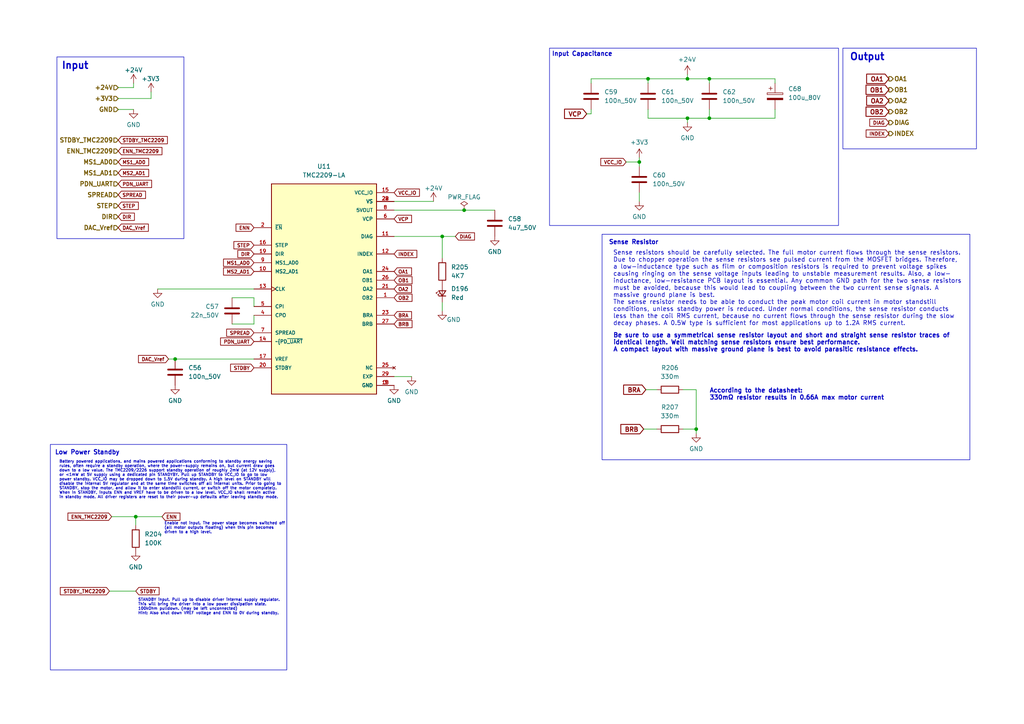
<source format=kicad_sch>
(kicad_sch (version 20231120) (generator "eeschema") (generator_version "8.0")
  (paper "A4")
  (lib_symbols
    (symbol "_C_0402:100n_50V" (pin_numbers hide) (pin_names (offset 0.254))
      (property "Reference" "C" (at 0.635 2.54 0))
      (property "Value" "100n_50V" (at 0.635 -2.54 0))
      (symbol "100n_50V_0_1"
        (polyline (pts (xy -2.032 -0.762) (xy 2.032 -0.762)) (stroke (width 0.508)))
        (polyline (pts (xy -2.032 0.762) (xy 2.032 0.762)) (stroke (width 0.508)))
      )
      (symbol "100n_50V_1_1"
        (pin passive line (at 0 3.81 270) (length 2.794) (name "~") (number "1"))
        (pin passive line (at 0 -3.81 90) (length 2.794) (name "~") (number "2"))
      )
    )
    (symbol "_C_0402:22n_50V" (pin_numbers hide) (pin_names (offset 0.254))
      (property "Reference" "C" (at 0.635 2.54 0))
      (property "Value" "22n_50V" (at 0.635 -2.54 0))
      (symbol "22n_50V_0_1"
        (polyline (pts (xy -2.032 -0.762) (xy 2.032 -0.762)) (stroke (width 0.508)))
        (polyline (pts (xy -2.032 0.762) (xy 2.032 0.762)) (stroke (width 0.508)))
      )
      (symbol "22n_50V_1_1"
        (pin passive line (at 0 3.81 270) (length 2.794) (name "~") (number "1"))
        (pin passive line (at 0 -3.81 90) (length 2.794) (name "~") (number "2"))
      )
    )
    (symbol "_C_1206:4u7_50V" (pin_numbers hide) (pin_names (offset 0.254))
      (property "Reference" "C" (at 0.635 2.54 0))
      (property "Value" "4u7_50V" (at 0.635 -2.54 0))
      (symbol "4u7_50V_0_1"
        (polyline (pts (xy -2.032 -0.762) (xy 2.032 -0.762)) (stroke (width 0.508)))
        (polyline (pts (xy -2.032 0.762) (xy 2.032 0.762)) (stroke (width 0.508)))
      )
      (symbol "4u7_50V_1_1"
        (pin passive line (at 0 3.81 270) (length 2.794) (name "~") (number "1"))
        (pin passive line (at 0 -3.81 90) (length 2.794) (name "~") (number "2"))
      )
    )
    (symbol "_C_Polarized:100u_80V" (pin_numbers hide) (pin_names (offset 0.254))
      (property "Reference" "C" (at 0.635 2.54 0))
      (property "Value" "100u_80V" (at 0.635 -2.54 0))
      (symbol "100u_80V_0_1"
        (rectangle (start -2.286 0.508) (end 2.286 1.016))
        (polyline (pts (xy -1.778 2.286) (xy -0.762 2.286)))
        (polyline (pts (xy -1.27 2.794) (xy -1.27 1.778)))
        (rectangle (start 2.286 -0.508) (end -2.286 -1.016) (fill (type outline)))
      )
      (symbol "100u_80V_1_1"
        (pin passive line (at 0 3.81 270) (length 2.794) (name "~") (number "1"))
        (pin passive line (at 0 -3.81 90) (length 2.794) (name "~") (number "2"))
      )
    )
    (symbol "_Driver_Motor:TMC2209-LA" (pin_names (offset 1.016))
      (property "Reference" "U" (at -15.24 30.48 0))
      (property "Value" "TMC2209-LA" (at -15.24 -33.02 0))
      (symbol "TMC2209-LA_0_0"
        (rectangle (start -15.24 -30.48) (end 15.24 30.48) (stroke (width 0.254)) (fill (type background)))
        (pin output line (at 20.32 -2.54 180) (length 5.08) (name "OB2") (number "1"))
        (pin input line (at -20.32 5.08 0) (length 5.08) (name "MS2_AD1") (number "10"))
        (pin output line (at 20.32 15.24 180) (length 5.08) (name "DIAG") (number "11"))
        (pin output line (at 20.32 10.16 180) (length 5.08) (name "INDEX") (number "12"))
        (pin input clock (at -20.32 0 0) (length 5.08) (name "CLK") (number "13"))
        (pin bidirectional line (at -20.32 -15.24 0) (length 5.08) (name "~{PD~{_UART}") (number "14"))
        (pin power_in line (at 20.32 27.94 180) (length 5.08) (name "VCC_IO") (number "15"))
        (pin input line (at -20.32 12.7 0) (length 5.08) (name "STEP") (number "16"))
        (pin input line (at -20.32 -20.32 0) (length 5.08) (name "VREF") (number "17"))
        (pin power_in line (at 20.32 -27.94 180) (length 5.08) (name "GND") (number "18"))
        (pin input line (at -20.32 10.16 0) (length 5.08) (name "DIR") (number "19"))
        (pin input line (at -20.32 17.78 0) (length 5.08) (name "~{EN}") (number "2"))
        (pin input line (at -20.32 -22.86 0) (length 5.08) (name "STDBY") (number "20"))
        (pin output line (at 20.32 0 180) (length 5.08) (name "OA2") (number "21"))
        (pin power_in line (at 20.32 25.4 180) (length 5.08) (name "VS") (number "22"))
        (pin bidirectional line (at 20.32 -7.62 180) (length 5.08) (name "BRA") (number "23"))
        (pin output line (at 20.32 5.08 180) (length 5.08) (name "OA1") (number "24"))
        (pin no_connect line (at 20.32 -22.86 180) (length 5.08) (name "NC") (number "25"))
        (pin output line (at 20.32 2.54 180) (length 5.08) (name "OB1") (number "26"))
        (pin bidirectional line (at 20.32 -10.16 180) (length 5.08) (name "BRB") (number "27"))
        (pin power_in line (at 20.32 25.4 180) (length 5.08) (name "VS") (number "28"))
        (pin power_in line (at 20.32 -25.4 180) (length 5.08) (name "EXP") (number "29"))
        (pin power_in line (at 20.32 -27.94 180) (length 5.08) (name "GND") (number "3"))
        (pin output line (at -20.32 -7.62 0) (length 5.08) (name "CPO") (number "4"))
        (pin input line (at -20.32 -5.08 0) (length 5.08) (name "CPI") (number "5"))
        (pin power_in line (at 20.32 20.32 180) (length 5.08) (name "VCP") (number "6"))
        (pin input line (at -20.32 -12.7 0) (length 5.08) (name "SPREAD") (number "7"))
        (pin power_in line (at 20.32 22.86 180) (length 5.08) (name "5VOUT") (number "8"))
        (pin input line (at -20.32 7.62 0) (length 5.08) (name "MS1_AD0") (number "9"))
      )
    )
    (symbol "_LED:Red" (pin_numbers hide) (pin_names (offset 0.254) hide)
      (property "Reference" "D" (at -1.27 3.175 0))
      (property "Value" "Red" (at -4.445 -2.54 0))
      (symbol "Red_0_1"
        (polyline (pts (xy -0.762 -1.016) (xy -0.762 1.016)) (stroke (width 0.254)))
        (polyline (pts (xy 1.016 0) (xy -0.762 0)))
        (polyline (pts (xy 0.762 -1.016) (xy -0.762 0) (xy 0.762 1.016) (xy 0.762 -1.016)) (stroke (width 0.254)))
        (polyline (pts (xy 0 0.762) (xy -0.508 1.27) (xy -0.254 1.27) (xy -0.508 1.27) (xy -0.508 1.016)))
        (polyline (pts (xy 0.508 1.27) (xy 0 1.778) (xy 0.254 1.778) (xy 0 1.778) (xy 0 1.524)))
      )
      (symbol "Red_1_1"
        (pin passive line (at -2.54 0 0) (length 1.778) (name "K") (number "1"))
        (pin passive line (at 2.54 0 180) (length 1.778) (name "A") (number "2"))
      )
    )
    (symbol "_R_0402:100K" (pin_numbers hide) (pin_names (offset 0))
      (property "Reference" "R" (at 2.032 0 90))
      (property "Value" "100K" (at 0 0 90))
      (symbol "100K_0_1"
        (rectangle (start -1.016 -2.54) (end 1.016 2.54) (stroke (width 0.254)))
      )
      (symbol "100K_1_1"
        (pin passive line (at 0 3.81 270) (length 1.27) (name "~") (number "1"))
        (pin passive line (at 0 -3.81 90) (length 1.27) (name "~") (number "2"))
      )
    )
    (symbol "_R_0603:4K7" (pin_numbers hide) (pin_names (offset 0))
      (property "Reference" "R" (at 2.032 0 90))
      (property "Value" "4K7" (at 0 0 90))
      (symbol "4K7_0_1"
        (rectangle (start -1.016 -2.54) (end 1.016 2.54) (stroke (width 0.254)))
      )
      (symbol "4K7_1_1"
        (pin passive line (at 0 3.81 270) (length 1.27) (name "~") (number "1"))
        (pin passive line (at 0 -3.81 90) (length 1.27) (name "~") (number "2"))
      )
    )
    (symbol "_R_1210:330m" (pin_numbers hide) (pin_names (offset 0))
      (property "Reference" "R" (at 2.032 0 90))
      (property "Value" "330m" (at 0 0 90))
      (symbol "330m_0_1"
        (rectangle (start -1.016 -2.54) (end 1.016 2.54) (stroke (width 0.254)))
      )
      (symbol "330m_1_1"
        (pin passive line (at 0 3.81 270) (length 1.27) (name "~") (number "1"))
        (pin passive line (at 0 -3.81 90) (length 1.27) (name "~") (number "2"))
      )
    )
    (symbol "power:+24V" (power) (pin_names (offset 0))
      (property "Value" "+24V" (at 0 3.556 0))
      (symbol "+24V_0_1"
        (polyline (pts (xy -0.762 1.27) (xy 0 2.54)))
        (polyline (pts (xy 0 0) (xy 0 2.54)))
        (polyline (pts (xy 0 2.54) (xy 0.762 1.27)))
      )
      (symbol "+24V_1_1"
        (pin power_in line (at 0 0 90) (length 0) hide (name "+24V") (number "1"))
      )
    )
    (symbol "power:+3V3" (power) (pin_names (offset 0))
      (property "Value" "+3V3" (at 0 3.556 0))
      (symbol "+3V3_0_1"
        (polyline (pts (xy -0.762 1.27) (xy 0 2.54)))
        (polyline (pts (xy 0 0) (xy 0 2.54)))
        (polyline (pts (xy 0 2.54) (xy 0.762 1.27)))
      )
      (symbol "+3V3_1_1"
        (pin power_in line (at 0 0 90) (length 0) hide (name "+3V3") (number "1"))
      )
    )
    (symbol "power:GND" (power) (pin_names (offset 0))
      (property "Value" "GND" (at 0 -3.81 0))
      (symbol "GND_0_1"
        (polyline (pts (xy 0 0) (xy 0 -1.27) (xy 1.27 -1.27) (xy 0 -2.54) (xy -1.27 -1.27) (xy 0 -1.27)))
      )
      (symbol "GND_1_1"
        (pin power_in line (at 0 0 270) (length 0) hide (name "GND") (number "1"))
      )
    )
    (symbol "power:PWR_FLAG" (power) (pin_numbers hide) (pin_names (offset 0) hide)
      (property "Value" "PWR_FLAG" (at 0 3.81 0))
      (symbol "PWR_FLAG_0_0"
        (pin power_out line (at 0 0 90) (length 0) (name "pwr") (number "1"))
      )
      (symbol "PWR_FLAG_0_1"
        (polyline (pts (xy 0 0) (xy 0 1.27) (xy -1.016 1.905) (xy 0 2.54) (xy 1.016 1.905) (xy 0 1.27)))
      )
    )
  )
  (junction (at 187.96 22.86))
  (junction (at 39.37 149.86))
  (junction (at 128.27 68.58))
  (junction (at 199.39 34.29))
  (junction (at 134.62 60.96))
  (junction (at 199.39 22.86))
  (junction (at 205.74 22.86))
  (junction (at 50.8 104.14))
  (junction (at 205.74 34.29))
  (junction (at 201.93 124.46))
  (junction (at 185.42 46.99))
  (wire (pts (xy 199.39 34.29) (xy 205.74 34.29)))
  (wire (pts (xy 186.69 124.46) (xy 190.5 124.46)))
  (wire (pts (xy 48.895 104.14) (xy 50.8 104.14)))
  (wire (pts (xy 132.08 68.58) (xy 128.27 68.58)))
  (wire (pts (xy 67.31 93.98) (xy 73.66 93.98)))
  (wire (pts (xy 187.96 31.75) (xy 187.96 34.29)))
  (wire (pts (xy 171.45 22.86) (xy 187.96 22.86)))
  (wire (pts (xy 45.72 83.82) (xy 73.66 83.82)))
  (wire (pts (xy 171.45 31.75) (xy 171.45 33.02)))
  (wire (pts (xy 205.74 22.86) (xy 224.79 22.86)))
  (wire (pts (xy 34.29 31.75) (xy 38.735 31.75)))
  (wire (pts (xy 171.45 22.86) (xy 171.45 24.13)))
  (wire (pts (xy 187.325 113.03) (xy 190.5 113.03)))
  (wire (pts (xy 187.96 22.86) (xy 199.39 22.86)))
  (wire (pts (xy 187.96 22.86) (xy 187.96 24.13)))
  (wire (pts (xy 224.79 31.75) (xy 224.79 34.29)))
  (wire (pts (xy 50.8 104.14) (xy 73.66 104.14)))
  (wire (pts (xy 67.31 86.36) (xy 73.66 86.36)))
  (wire (pts (xy 185.42 46.99) (xy 185.42 48.26)))
  (wire (pts (xy 201.93 113.03) (xy 198.12 113.03)))
  (wire (pts (xy 185.42 55.88) (xy 185.42 58.42)))
  (wire (pts (xy 31.75 171.45) (xy 39.37 171.45)))
  (wire (pts (xy 198.12 124.46) (xy 201.93 124.46)))
  (wire (pts (xy 128.27 68.58) (xy 128.27 74.93)))
  (wire (pts (xy 128.27 68.58) (xy 114.3 68.58)))
  (wire (pts (xy 199.39 21.59) (xy 199.39 22.86)))
  (wire (pts (xy 73.66 86.36) (xy 73.66 88.9)))
  (wire (pts (xy 199.39 34.29) (xy 199.39 35.56)))
  (wire (pts (xy 38.735 25.4) (xy 34.29 25.4)))
  (wire (pts (xy 187.96 34.29) (xy 199.39 34.29)))
  (wire (pts (xy 114.3 58.42) (xy 125.73 58.42)))
  (wire (pts (xy 39.37 149.86) (xy 46.99 149.86)))
  (wire (pts (xy 73.66 91.44) (xy 73.66 93.98)))
  (wire (pts (xy 181.61 46.99) (xy 185.42 46.99)))
  (wire (pts (xy 185.42 46.99) (xy 185.42 45.72)))
  (wire (pts (xy 34.29 28.575) (xy 43.815 28.575)))
  (wire (pts (xy 201.93 124.46) (xy 201.93 125.73)))
  (wire (pts (xy 224.79 34.29) (xy 205.74 34.29)))
  (wire (pts (xy 39.37 149.86) (xy 39.37 152.4)))
  (wire (pts (xy 114.3 60.96) (xy 134.62 60.96)))
  (wire (pts (xy 43.815 26.67) (xy 43.815 28.575)))
  (wire (pts (xy 201.93 113.03) (xy 201.93 124.46)))
  (wire (pts (xy 134.62 60.96) (xy 143.51 60.96)))
  (wire (pts (xy 224.79 22.86) (xy 224.79 24.13)))
  (wire (pts (xy 38.735 24.13) (xy 38.735 25.4)))
  (wire (pts (xy 32.385 149.86) (xy 39.37 149.86)))
  (wire (pts (xy 205.74 22.86) (xy 205.74 24.13)))
  (wire (pts (xy 114.3 109.22) (xy 119.38 109.22)))
  (wire (pts (xy 128.27 90.17) (xy 128.27 87.63)))
  (wire (pts (xy 199.39 22.86) (xy 205.74 22.86)))
  (wire (pts (xy 205.74 31.75) (xy 205.74 34.29)))
  (wire (pts (xy 171.45 33.02) (xy 170.18 33.02)))
  (rectangle (start 159.385 13.97) (end 243.205 65.405))
  (rectangle (start 244.475 13.97) (end 283.21 43.18))
  (rectangle (start 16.51 16.51) (end 53.34 69.215))
  (rectangle (start 14.605 128.905) (end 83.185 194.31))
  (rectangle (start 174.625 67.945) (end 281.305 133.35))
  (text "STANDBY input. Pull up to disable driver internal supply regulator.\nThis will bring the driver into a low power dissipation state.\n100kOhm pulldown. (may be left unconnected)\nHint: Also shut down VREF voltage and ENN to 0V during standby." (at 40.005 178.435 0) (effects (font (size 0.8 0.8)) (justify left bottom)))
  (text "Output" (at 246.38 17.78 0) (effects (font (size 2 2) (thickness 0.4) (bold yes)) (justify left bottom)))
  (text "Sense resistors should be carefully selected. The full motor current flows through the sense resistors.\nDue to chopper operation the sense resistors see pulsed current from the MOSFET bridges. Therefore,\na low-inductance type such as film or composition resistors is required to prevent voltage spikes\ncausing ringing on the sense voltage inputs leading to unstable measurement results. Also, a low-\ninductance, low-resistance PCB layout is essential. Any common GND path for the two sense resistors\nmust be avoided, because this would lead to coupling between the two current sense signals. A\nmassive ground plane is best.\nThe sense resistor needs to be able to conduct the peak motor coil current in motor standstill\nconditions, unless standby power is reduced. Under normal conditions, the sense resistor conducts\nless than the coil RMS current, because no current flows through the sense resistor during the slow\ndecay phases. A 0.5W type is sufficient for most applications up to 1.2A RMS current." (at 177.8 94.615 0) (effects (font (size 1.27 1.27)) (justify left bottom)))
  (text "Enable not input. The power stage becomes switched off\n(all motor outputs floating) when this pin becomes\ndriven to a high level." (at 47.625 154.94 0) (effects (font (size 0.8 0.8)) (justify left bottom)))
  (text "Low Power Standby" (at 15.875 132.08 0) (effects (font (size 1.27 1.27) (bold yes)) (justify left bottom)))
  (text "Be sure to use a symmetrical sense resistor layout and short and straight sense resistor traces of\nidentical length. Well matching sense resistors ensure best performance.\nA compact layout with massive ground plane is best to avoid parasitic resistance effects." (at 177.8 102.235 0) (effects (font (size 1.27 1.27) (thickness 0.254) (bold yes)) (justify left bottom)))
  (text "According to the datasheet:\n330mΩ resistor results in 0.66A max motor current" (at 205.74 116.205 0) (effects (font (size 1.27 1.27) (bold yes)) (justify left bottom)))
  (text "Sense Resistor" (at 176.53 71.12 0) (effects (font (size 1.27 1.27) (bold yes)) (justify left bottom)))
  (text "Battery powered applications, and mains powered applications conforming to standby energy saving\nrules, often require a standby operation, where the power-supply remains on, but current draw goes\ndown to a low value. The TMC2209/2226 support standby operation of roughly 2mW (at 12V supply),\nor <1mW at 5V supply using a dedicated pin STANDYBY. Pull up STANDBY to VCC_IO to go to low\npower standby. VCC_IO may be dropped down to 1.5V during standby. A high level on STANDBY will\ndisable the internal 5V regulator and at the same time switches off all internal units. Prior to going to\nSTANDBY, stop the motor, and allow it to enter standstill current, or switch off the motor completely.\nWhen in STANDBY, inputs ENN and VREF have to be driven to a low level. VCC_IO shall remain active\nin standby mode. All driver registers are reset to their power-up defaults after leaving standby mode." (at 17.145 144.78 0) (effects (font (size 0.8 0.8)) (justify left bottom)))
  (text "Input Capacitance" (at 160.02 16.51 0) (effects (font (size 1.27 1.27) (bold yes)) (justify left bottom)))
  (text "Input" (at 17.78 20.32 0) (effects (font (size 2 2) (thickness 0.4) (bold yes)) (justify left bottom)))
  (global_label "ENN" (shape input) (at 73.66 66.04 180) (effects (font (size 1 1) (bold yes))) (property "Intersheetrefs" "${INTERSHEET_REFS}" (effects (hide yes))))
  (global_label "DAC_Vref" (shape input) (at 48.895 104.14 180) (effects (font (size 1 1) (bold yes))) (property "Intersheetrefs" "${INTERSHEET_REFS}" (effects (hide yes))))
  (global_label "BRA" (shape input) (at 114.3 91.44 0) (effects (font (size 1 1) (bold yes))) (property "Intersheetrefs" "${INTERSHEET_REFS}" (effects (hide yes))))
  (global_label "INDEX" (shape input) (at 257.81 38.735 180) (effects (font (size 1 1) (bold yes))) (property "Intersheetrefs" "${INTERSHEET_REFS}" (effects (hide yes))))
  (global_label "ENN" (shape input) (at 46.99 149.86 0) (effects (font (size 1 1) (bold yes))) (property "Intersheetrefs" "${INTERSHEET_REFS}" (effects (hide yes))))
  (global_label "VCP" (shape input) (at 170.18 33.02 180) (effects (font (bold yes))) (property "Intersheetrefs" "${INTERSHEET_REFS}" (effects (hide yes))))
  (global_label "STDBY" (shape input) (at 39.37 171.45 0) (effects (font (size 1 1) (bold yes))) (property "Intersheetrefs" "${INTERSHEET_REFS}" (effects (hide yes))))
  (global_label "MS2_AD1" (shape input) (at 34.29 50.165 0) (effects (font (size 1 1) (bold yes))) (property "Intersheetrefs" "${INTERSHEET_REFS}" (effects (hide yes))))
  (global_label "BRA" (shape input) (at 187.325 113.03 180) (effects (font (bold yes))) (property "Intersheetrefs" "${INTERSHEET_REFS}" (effects (hide yes))))
  (global_label "SPREAD" (shape input) (at 73.66 96.52 180) (effects (font (size 1 1) (bold yes))) (property "Intersheetrefs" "${INTERSHEET_REFS}" (effects (hide yes))))
  (global_label "VCC_IO" (shape input) (at 181.61 46.99 180) (effects (font (size 1 1) (bold yes))) (property "Intersheetrefs" "${INTERSHEET_REFS}" (effects (hide yes))))
  (global_label "VCP" (shape input) (at 114.3 63.5 0) (effects (font (size 1 1) (bold yes))) (property "Intersheetrefs" "${INTERSHEET_REFS}" (effects (hide yes))))
  (global_label "OB2" (shape input) (at 114.3 86.36 0) (effects (font (size 1 1) (bold yes))) (property "Intersheetrefs" "${INTERSHEET_REFS}" (effects (hide yes))))
  (global_label "MS1_AD0" (shape input) (at 34.29 46.99 0) (effects (font (size 1 1) (bold yes))) (property "Intersheetrefs" "${INTERSHEET_REFS}" (effects (hide yes))))
  (global_label "PDN_UART" (shape input) (at 34.29 53.34 0) (effects (font (size 1 1) (bold yes))) (property "Intersheetrefs" "${INTERSHEET_REFS}" (effects (hide yes))))
  (global_label "STEP" (shape input) (at 34.29 59.69 0) (effects (font (size 1 1) (bold yes))) (property "Intersheetrefs" "${INTERSHEET_REFS}" (effects (hide yes))))
  (global_label "DIR" (shape input) (at 73.66 73.66 180) (effects (font (size 1 1) (bold yes))) (property "Intersheetrefs" "${INTERSHEET_REFS}" (effects (hide yes))))
  (global_label "STEP" (shape input) (at 73.66 71.12 180) (effects (font (size 1 1) (bold yes))) (property "Intersheetrefs" "${INTERSHEET_REFS}" (effects (hide yes))))
  (global_label "MS2_AD1" (shape input) (at 73.66 78.74 180) (effects (font (size 1 1) (bold yes))) (property "Intersheetrefs" "${INTERSHEET_REFS}" (effects (hide yes))))
  (global_label "OA1" (shape input) (at 114.3 78.74 0) (effects (font (size 1 1) (bold yes))) (property "Intersheetrefs" "${INTERSHEET_REFS}" (effects (hide yes))))
  (global_label "DAC_Vref" (shape input) (at 34.29 66.04 0) (effects (font (size 1 1) (bold yes))) (property "Intersheetrefs" "${INTERSHEET_REFS}" (effects (hide yes))))
  (global_label "DIAG" (shape input) (at 257.81 35.56 180) (effects (font (size 1 1) (bold yes))) (property "Intersheetrefs" "${INTERSHEET_REFS}" (effects (hide yes))))
  (global_label "MS1_AD0" (shape input) (at 73.66 76.2 180) (effects (font (size 1 1) (bold yes))) (property "Intersheetrefs" "${INTERSHEET_REFS}" (effects (hide yes))))
  (global_label "OA1" (shape input) (at 257.81 22.86 180) (effects (font (bold yes))) (property "Intersheetrefs" "${INTERSHEET_REFS}" (effects (hide yes))))
  (global_label "STDBY" (shape input) (at 73.66 106.68 180) (effects (font (size 1 1) (bold yes))) (property "Intersheetrefs" "${INTERSHEET_REFS}" (effects (hide yes))))
  (global_label "OA2" (shape input) (at 257.81 29.21 180) (effects (font (bold yes))) (property "Intersheetrefs" "${INTERSHEET_REFS}" (effects (hide yes))))
  (global_label "VCC_IO" (shape input) (at 114.3 55.88 0) (effects (font (size 1 1) (bold yes))) (property "Intersheetrefs" "${INTERSHEET_REFS}" (effects (hide yes))))
  (global_label "STDBY_TMC2209" (shape input) (at 34.29 40.64 0) (effects (font (size 1 1) (bold yes))) (property "Intersheetrefs" "${INTERSHEET_REFS}" (effects (hide yes))))
  (global_label "BRB" (shape input) (at 114.3 93.98 0) (effects (font (size 1 1) (bold yes))) (property "Intersheetrefs" "${INTERSHEET_REFS}" (effects (hide yes))))
  (global_label "STDBY_TMC2209" (shape input) (at 31.75 171.45 180) (effects (font (size 1 1) (bold yes))) (property "Intersheetrefs" "${INTERSHEET_REFS}" (effects (hide yes))))
  (global_label "ENN_TMC2209" (shape input) (at 32.385 149.86 180) (effects (font (size 1 1) (bold yes))) (property "Intersheetrefs" "${INTERSHEET_REFS}" (effects (hide yes))))
  (global_label "SPREAD" (shape input) (at 34.29 56.515 0) (effects (font (size 1 1) (bold yes))) (property "Intersheetrefs" "${INTERSHEET_REFS}" (effects (hide yes))))
  (global_label "OB1" (shape input) (at 114.3 81.28 0) (effects (font (size 1 1) (bold yes))) (property "Intersheetrefs" "${INTERSHEET_REFS}" (effects (hide yes))))
  (global_label "ENN_TMC2209" (shape input) (at 34.29 43.815 0) (effects (font (size 1 1) (bold yes))) (property "Intersheetrefs" "${INTERSHEET_REFS}" (effects (hide yes))))
  (global_label "OA2" (shape input) (at 114.3 83.82 0) (effects (font (size 1 1) (bold yes))) (property "Intersheetrefs" "${INTERSHEET_REFS}" (effects (hide yes))))
  (global_label "DIR" (shape input) (at 34.29 62.865 0) (effects (font (size 1 1) (bold yes))) (property "Intersheetrefs" "${INTERSHEET_REFS}" (effects (hide yes))))
  (global_label "INDEX" (shape input) (at 114.3 73.66 0) (effects (font (size 1 1) (bold yes))) (property "Intersheetrefs" "${INTERSHEET_REFS}" (effects (hide yes))))
  (global_label "OB2" (shape input) (at 257.81 32.385 180) (effects (font (bold yes))) (property "Intersheetrefs" "${INTERSHEET_REFS}" (effects (hide yes))))
  (global_label "DIAG" (shape input) (at 132.08 68.58 0) (effects (font (size 1 1) (bold yes))) (property "Intersheetrefs" "${INTERSHEET_REFS}" (effects (hide yes))))
  (global_label "OB1" (shape input) (at 257.81 26.035 180) (effects (font (bold yes))) (property "Intersheetrefs" "${INTERSHEET_REFS}" (effects (hide yes))))
  (global_label "PDN_UART" (shape input) (at 73.66 99.06 180) (effects (font (size 1 1) (bold yes))) (property "Intersheetrefs" "${INTERSHEET_REFS}" (effects (hide yes))))
  (global_label "BRB" (shape input) (at 186.69 124.46 180) (effects (font (bold yes))) (property "Intersheetrefs" "${INTERSHEET_REFS}" (effects (hide yes))))
  (hierarchical_label "DIAG" (shape output) (at 257.81 35.56 0) (effects (font (bold yes))))
  (hierarchical_label "ENN_TMC2209" (shape input) (at 34.29 43.815 180) (effects (font (bold yes))))
  (hierarchical_label "INDEX" (shape output) (at 257.81 38.735 0) (effects (font (bold yes))))
  (hierarchical_label "+24V" (shape input) (at 34.29 25.4 180) (effects (font (bold yes))))
  (hierarchical_label "OB1" (shape output) (at 257.81 26.035 0) (effects (font (bold yes))))
  (hierarchical_label "+3V3" (shape input) (at 34.29 28.575 180) (effects (font (bold yes))))
  (hierarchical_label "PDN_UART" (shape input) (at 34.29 53.34 180) (effects (font (bold yes))))
  (hierarchical_label "MS1_AD1" (shape input) (at 34.29 50.165 180) (effects (font (bold yes))))
  (hierarchical_label "SPREAD" (shape input) (at 34.29 56.515 180) (effects (font (bold yes))))
  (hierarchical_label "OB2" (shape output) (at 257.81 32.385 0) (effects (font (bold yes))))
  (hierarchical_label "GND" (shape input) (at 34.29 31.75 180) (effects (font (bold yes))))
  (hierarchical_label "OA1" (shape output) (at 257.81 22.86 0) (effects (font (bold yes))))
  (hierarchical_label "MS1_AD0" (shape input) (at 34.29 46.99 180) (effects (font (bold yes))))
  (hierarchical_label "DAC_Vref" (shape input) (at 34.29 66.04 180) (effects (font (bold yes))))
  (hierarchical_label "STEP" (shape input) (at 34.29 59.69 180) (effects (font (bold yes))))
  (hierarchical_label "DIR" (shape input) (at 34.29 62.865 180) (effects (font (bold yes))))
  (hierarchical_label "STDBY_TMC2209" (shape input) (at 34.29 40.64 180) (effects (font (bold yes))))
  (hierarchical_label "OA2" (shape output) (at 257.81 29.21 0) (effects (font (bold yes))))
  (symbol (lib_id "power:PWR_FLAG") (at 134.62 60.96 0) (unit 1)
    (property "Reference" "#FLG04" (effects (hide yes)))
    (property "Value" "PWR_FLAG" (at 134.62 57.15 0))
    (property "Description" "Special symbol for telling ERC where power comes from" (effects (hide yes)))
  )
  (symbol (lib_id "power:+24V") (at 199.39 21.59 0) (unit 1)
    (property "Reference" "#PWR0247" (effects (hide yes)))
    (property "Value" "+24V" (at 199.263 17.272 0))
    (property "Description" "Power symbol creates a global label with name \"+24V\"" (effects (hide yes)))
  )
  (symbol (lib_id "power:GND") (at 199.39 35.56 0) (unit 1)
    (property "Reference" "#PWR0248" (effects (hide yes)))
    (property "Value" "GND" (at 199.39 40.005 0))
    (property "Description" "Power symbol creates a global label with name \"GND\" , ground" (effects (hide yes)))
  )
  (symbol (lib_id "_R_0402:100K") (at 39.37 156.21 0) (unit 1)
    (property "Reference" "R204" (at 41.91 154.9399 0) (effects (justify left)))
    (property "Value" "100K" (at 41.91 157.4799 0) (effects (justify left)))
    (property "Footprint" "Resistor_SMD:R_0402_1005Metric" (effects (hide yes)))
    (property "Description" "Resistor 100K 1% 62.5mW 50V 0402" (effects (hide yes)))
    (property "MF" "UNI-ROYAL" (effects (hide yes)))
    (property "MPN" "0402WGF1003TCE" (effects (hide yes)))
    (property "OC_LCSC" "C25741" (effects (hide yes)))
    (property "path_to_docs" "Passive_Components/Resistors/UNI-ROYAL" (effects (hide yes)))
  )
  (symbol (lib_id "_C_0402:100n_50V") (at 205.74 27.94 0) (unit 1)
    (property "Reference" "C62" (at 209.55 26.6699 0) (effects (justify left)))
    (property "Value" "100n_50V" (at 209.55 29.2099 0) (effects (justify left)))
    (property "Footprint" "Capacitor_SMD:C_0402_1005Metric" (effects (hide yes)))
    (property "Datasheet" "https://product.samsungsem.com/mlcc/CL05B104KB54PN.do" (effects (hide yes)))
    (property "Description" "Capacitor 100nF 50V X7R 10% 0402" (effects (hide yes)))
    (property "MF" "Samsung Electro-Mechanics" (effects (hide yes)))
    (property "MPN" "CL05B104KB54PNC" (effects (hide yes)))
    (property "OC_LCSC" "C307331" (effects (hide yes)))
    (property "path_to_docs" "Passive_Components/Capacitors/MLCC/Samsung_Electro-Mechanics" (effects (hide yes)))
  )
  (symbol (lib_id "_C_1206:4u7_50V") (at 143.51 64.77 0) (unit 1)
    (property "Reference" "C58" (at 147.32 63.4999 0) (effects (justify left)))
    (property "Value" "4u7_50V" (at 147.32 66.0399 0) (effects (justify left)))
    (property "Footprint" "Capacitor_SMD:C_1206_3216Metric" (effects (hide yes)))
    (property "Datasheet" "https://www.lcsc.com/datasheet/lcsc_datasheet_2304140030_FH--Guangdong-Fenghua-Advanced-Tech-1206B475K500NT_C29823.pdf" (effects (hide yes)))
    (property "Description" "Capacitor 4.7uF 50V X7R 10% 1206" (effects (hide yes)))
    (property "MF" "FH" (effects (hide yes)))
    (property "MPN" "1206B475K500NT" (effects (hide yes)))
    (property "OC_LCSC" "C29823" (effects (hide yes)))
    (property "path_to_docs" "Passive_Components/Capacitors/MLCC/FH" (effects (hide yes)))
  )
  (symbol (lib_id "power:+24V") (at 125.73 58.42 0) (unit 1)
    (property "Reference" "#PWR0242" (effects (hide yes)))
    (property "Value" "+24V" (at 125.73 54.61 0))
    (property "Description" "Power symbol creates a global label with name \"+24V\"" (effects (hide yes)))
  )
  (symbol (lib_id "power:+3V3") (at 185.42 45.72 0) (unit 1)
    (property "Reference" "#PWR0245" (effects (hide yes)))
    (property "Value" "+3V3" (at 185.42 41.275 0))
    (property "Description" "Power symbol creates a global label with name \"+3V3\"" (effects (hide yes)))
  )
  (symbol (lib_id "power:GND") (at 39.37 160.02 0) (unit 1)
    (property "Reference" "#PWR0236" (effects (hide yes)))
    (property "Value" "GND" (at 39.37 164.465 0))
    (property "Description" "Power symbol creates a global label with name \"GND\" , ground" (effects (hide yes)))
  )
  (symbol (lib_id "_LED:Red") (at 128.27 85.09 90) (unit 1)
    (property "Reference" "D196" (at 130.81 83.7564 90) (effects (justify right)))
    (property "Value" "Red" (at 130.81 86.2964 90) (effects (justify right)))
    (property "Footprint" "LED_SMD:LED_0603_1608Metric" (effects (hide yes)))
    (property "Datasheet" "https://datasheet.lcsc.com/lcsc/1810231112_Hubei-KENTO-Elec-KT-0603R_C2286.pdf" (effects (hide yes)))
    (property "Description" "LED Red 0603" (effects (hide yes)))
    (property "MF" "Hubei KENTO Elec" (effects (hide yes)))
    (property "MPN" "KT-0603R" (effects (hide yes)))
    (property "OC_LCSC" "C2286" (effects (hide yes)))
    (property "path_to_docs" "Optoelectronics/LED_Emitter/SMD/0603/Red/Hubei_Kento_Electronic" (effects (hide yes)))
  )
  (symbol (lib_id "_C_0402:100n_50V") (at 171.45 27.94 0) (unit 1)
    (property "Reference" "C59" (at 175.26 26.6699 0) (effects (justify left)))
    (property "Value" "100n_50V" (at 175.26 29.2099 0) (effects (justify left)))
    (property "Footprint" "Capacitor_SMD:C_0402_1005Metric" (effects (hide yes)))
    (property "Datasheet" "https://product.samsungsem.com/mlcc/CL05B104KB54PN.do" (effects (hide yes)))
    (property "Description" "Capacitor 100nF 50V X7R 10% 0402" (effects (hide yes)))
    (property "MF" "Samsung Electro-Mechanics" (effects (hide yes)))
    (property "MPN" "CL05B104KB54PNC" (effects (hide yes)))
    (property "OC_LCSC" "C307331" (effects (hide yes)))
    (property "path_to_docs" "Passive_Components/Capacitors/MLCC/Samsung_Electro-Mechanics" (effects (hide yes)))
  )
  (symbol (lib_id "_C_0402:100n_50V") (at 187.96 27.94 0) (unit 1)
    (property "Reference" "C61" (at 191.77 26.6699 0) (effects (justify left)))
    (property "Value" "100n_50V" (at 191.77 29.2099 0) (effects (justify left)))
    (property "Footprint" "Capacitor_SMD:C_0402_1005Metric" (effects (hide yes)))
    (property "Datasheet" "https://product.samsungsem.com/mlcc/CL05B104KB54PN.do" (effects (hide yes)))
    (property "Description" "Capacitor 100nF 50V X7R 10% 0402" (effects (hide yes)))
    (property "MF" "Samsung Electro-Mechanics" (effects (hide yes)))
    (property "MPN" "CL05B104KB54PNC" (effects (hide yes)))
    (property "OC_LCSC" "C307331" (effects (hide yes)))
    (property "path_to_docs" "Passive_Components/Capacitors/MLCC/Samsung_Electro-Mechanics" (effects (hide yes)))
  )
  (symbol (lib_id "_C_Polarized:100u_80V") (at 224.79 27.94 0) (unit 1)
    (property "Reference" "C68" (at 228.6 25.7809 0) (effects (justify left)))
    (property "Value" "100u_80V" (at 228.6 28.3209 0) (effects (justify left)))
    (property "Footprint" "Capacitor_SMD:CP_Elec_10x10" (effects (hide yes)))
    (property "Datasheet" "https://www.mouser.de/datasheet/2/231/161587245243-2307006.pdf" (effects (hide yes)))
    (property "Description" "Aluminum Electrolytic Capacitor 100uF 80V ±20% SMD,D10xL10mm" (effects (hide yes)))
    (property "MF" "Lelon" (effects (hide yes)))
    (property "MPN" "VZH101M1KTR-1010" (effects (hide yes)))
    (property "OC_LCSC" "C249838" (effects (hide yes)))
    (property "OC_MOUSER" "140-VZH101M1KTR1010 " (effects (hide yes)))
    (property "path_to_docs" "Passive_Components/Capacitors/Aluminium_Electrolytic_Capacitors/Lelon" (effects (hide yes)))
    (property "durability" "5000h@105°C" (effects (hide yes)))
  )
  (symbol (lib_id "power:GND") (at 50.8 111.76 0) (unit 1)
    (property "Reference" "#PWR0239" (effects (hide yes)))
    (property "Value" "GND" (at 50.8 116.205 0))
    (property "Description" "Power symbol creates a global label with name \"GND\" , ground" (effects (hide yes)))
  )
  (symbol (lib_id "power:GND") (at 143.51 68.58 0) (unit 1)
    (property "Reference" "#PWR0244" (effects (hide yes)))
    (property "Value" "GND" (at 143.51 73.025 0))
    (property "Description" "Power symbol creates a global label with name \"GND\" , ground" (effects (hide yes)))
  )
  (symbol (lib_id "power:GND") (at 185.42 58.42 0) (unit 1)
    (property "Reference" "#PWR0246" (effects (hide yes)))
    (property "Value" "GND" (at 185.42 62.865 0))
    (property "Description" "Power symbol creates a global label with name \"GND\" , ground" (effects (hide yes)))
  )
  (symbol (lib_id "_R_0603:4K7") (at 128.27 78.74 0) (unit 1)
    (property "Reference" "R205" (at 130.81 77.4699 0) (effects (justify left)))
    (property "Value" "4K7" (at 130.81 80.0099 0) (effects (justify left)))
    (property "Footprint" "Resistor_SMD:R_0603_1608Metric" (effects (hide yes)))
    (property "Datasheet" "https://datasheet.lcsc.com/lcsc/2206010100_UNI-ROYAL-Uniroyal-Elec-0603WAF4701T5E_C23162.pdf" (effects (hide yes)))
    (property "Description" "Resistor 4K7 1% 100mW 75V 0603" (effects (hide yes)))
    (property "MF" "UNI-ROYAL" (effects (hide yes)))
    (property "MPN" "0603WAF4701T5E" (effects (hide yes)))
    (property "OC_LCSC" "C23162" (effects (hide yes)))
    (property "path_to_docs" "Passive_Components/Resistors/UNI-ROYAL" (effects (hide yes)))
  )
  (symbol (lib_id "_R_1210:330m") (at 194.31 124.46 90) (unit 1)
    (property "Reference" "R207" (at 194.31 118.11 90))
    (property "Value" "330m" (at 194.31 120.65 90))
    (property "Footprint" "Resistor_SMD:R_1210_3225Metric" (effects (hide yes)))
    (property "Datasheet" "https://wmsc.lcsc.com/wmsc/upload/file/pdf/v2/lcsc/2201181800_FOJAN-FRL1210FR330TS_C2960935.pdf" (effects (hide yes)))
    (property "Description" "Resistor 330mΩ 1% 500mW 500V 1210" (effects (hide yes)))
    (property "MF" "FOJAN" (effects (hide yes)))
    (property "MPN" "FRL1210FR330TS" (effects (hide yes)))
    (property "OC_LCSC" "C2960935" (effects (hide yes)))
    (property "path_to_docs" "Passive_Components/Resistors/FOJAN" (effects (hide yes)))
  )
  (symbol (lib_id "power:GND") (at 114.3 111.76 0) (unit 1)
    (property "Reference" "#PWR0240" (effects (hide yes)))
    (property "Value" "GND" (at 114.3 116.205 0))
    (property "Description" "Power symbol creates a global label with name \"GND\" , ground" (effects (hide yes)))
  )
  (symbol (lib_id "_R_1210:330m") (at 194.31 113.03 90) (unit 1)
    (property "Reference" "R206" (at 194.31 106.68 90))
    (property "Value" "330m" (at 194.31 109.22 90))
    (property "Footprint" "Resistor_SMD:R_1210_3225Metric" (effects (hide yes)))
    (property "Datasheet" "https://wmsc.lcsc.com/wmsc/upload/file/pdf/v2/lcsc/2201181800_FOJAN-FRL1210FR330TS_C2960935.pdf" (effects (hide yes)))
    (property "Description" "Resistor 330mΩ 1% 500mW 500V 1210" (effects (hide yes)))
    (property "MF" "FOJAN" (effects (hide yes)))
    (property "MPN" "FRL1210FR330TS" (effects (hide yes)))
    (property "OC_LCSC" "C2960935" (effects (hide yes)))
    (property "path_to_docs" "Passive_Components/Resistors/FOJAN" (effects (hide yes)))
  )
  (symbol (lib_id "_Driver_Motor:TMC2209-LA") (at 93.98 83.82 0) (unit 1)
    (property "Reference" "U11" (at 93.98 48.26 0))
    (property "Value" "TMC2209-LA" (at 93.98 50.8 0))
    (property "Footprint" "Package_DFN_QFN:QFN-28-1EP_5x5mm_P0.5mm_EP3.1x3.1mm_ThermalVias" (effects (hide yes)))
    (property "Datasheet" "https://www.analog.com/media/en/technical-documentation/data-sheets/TMC2209_datasheet_rev1.09.pdf" (effects (hide yes)))
    (property "Description" "TMC2209 Silent stepper motor driver with stealthChop2 and spreadCycle for efficient performance" (effects (hide yes)))
    (property "PARTREV" "1.08" (effects (hide yes)))
    (property "STANDARD" "IPC-7351B" (effects (hide yes)))
    (property "SNAPEDA_PN" "TMC2209-LA" (effects (hide yes)))
    (property "MAXIMUM_PACKAGE_HEIGHT" "0.90mm" (effects (hide yes)))
    (property "MANUFACTURER" "Trinamic" (effects (hide yes)))
    (property "MF" "TRINAMIC Motion Control GmbH" (effects (hide yes)))
    (property "MPN" "TMC2209-LA" (effects (hide yes)))
    (property "OC_LCSC" "C465949" (effects (hide yes)))
    (property "path_to_docs" "Semiconductors/Power_Management/Motor_Controllers/TMC2209-LA" (effects (hide yes)))
  )
  (symbol (lib_id "power:GND") (at 38.735 31.75 0) (unit 1)
    (property "Reference" "#PWR0235" (effects (hide yes)))
    (property "Value" "GND" (at 38.735 36.195 0))
    (property "Description" "Power symbol creates a global label with name \"GND\" , ground" (effects (hide yes)))
  )
  (symbol (lib_id "power:GND") (at 45.72 83.82 0) (unit 1)
    (property "Reference" "#PWR0238" (effects (hide yes)))
    (property "Value" "GND" (at 45.72 88.265 0))
    (property "Description" "Power symbol creates a global label with name \"GND\" , ground" (effects (hide yes)))
  )
  (symbol (lib_id "power:GND") (at 128.27 90.17 0) (unit 1)
    (property "Reference" "#PWR0243" (effects (hide yes)))
    (property "Value" "GND" (at 129.54 92.71 0) (effects (justify left)))
    (property "Description" "Power symbol creates a global label with name \"GND\" , ground" (effects (hide yes)))
  )
  (symbol (lib_id "power:+24V") (at 38.735 24.13 0) (unit 1)
    (property "Reference" "#PWR0234" (effects (hide yes)))
    (property "Value" "+24V" (at 38.735 20.32 0))
    (property "Description" "Power symbol creates a global label with name \"+24V\"" (effects (hide yes)))
  )
  (symbol (lib_id "power:GND") (at 119.38 109.22 0) (unit 1)
    (property "Reference" "#PWR0241" (effects (hide yes)))
    (property "Value" "GND" (at 119.38 113.665 0))
    (property "Description" "Power symbol creates a global label with name \"GND\" , ground" (effects (hide yes)))
  )
  (symbol (lib_id "power:GND") (at 201.93 125.73 0) (unit 1)
    (property "Reference" "#PWR0249" (effects (hide yes)))
    (property "Value" "GND" (at 201.93 130.175 0))
    (property "Description" "Power symbol creates a global label with name \"GND\" , ground" (effects (hide yes)))
  )
  (symbol (lib_id "_C_0402:100n_50V") (at 185.42 52.07 0) (unit 1)
    (property "Reference" "C60" (at 189.23 50.7999 0) (effects (justify left)))
    (property "Value" "100n_50V" (at 189.23 53.3399 0) (effects (justify left)))
    (property "Footprint" "Capacitor_SMD:C_0402_1005Metric" (effects (hide yes)))
    (property "Datasheet" "https://product.samsungsem.com/mlcc/CL05B104KB54PN.do" (effects (hide yes)))
    (property "Description" "Capacitor 100nF 50V X7R 10% 0402" (effects (hide yes)))
    (property "MF" "Samsung Electro-Mechanics" (effects (hide yes)))
    (property "MPN" "CL05B104KB54PNC" (effects (hide yes)))
    (property "OC_LCSC" "C307331" (effects (hide yes)))
    (property "path_to_docs" "Passive_Components/Capacitors/MLCC/Samsung_Electro-Mechanics" (effects (hide yes)))
  )
  (symbol (lib_id "_C_0402:22n_50V") (at 67.31 90.17 0) (mirror y) (unit 1)
    (property "Reference" "C57" (at 63.5 88.8999 0) (effects (justify left)))
    (property "Value" "22n_50V" (at 63.5 91.4399 0) (effects (justify left)))
    (property "Footprint" "Capacitor_SMD:C_0402_1005Metric" (effects (hide yes)))
    (property "Datasheet" "https://wmsc.lcsc.com/wmsc/upload/file/pdf/v2/lcsc/2304140030_FH--Guangdong-Fenghua-Advanced-Tech-0402B223K500NT_C1532.pdf" (effects (hide yes)))
    (property "Description" "Capacitor 22nF 50V X7R 10% 0402" (effects (hide yes)))
    (property "MF" "FH" (effects (hide yes)))
    (property "MPN" "0402B223K500NT" (effects (hide yes)))
    (property "OC_LCSC" "C1532" (effects (hide yes)))
    (property "path_to_docs" "Passive_Components/Capacitors/MLCC/FH" (effects (hide yes)))
  )
  (symbol (lib_id "_C_0402:100n_50V") (at 50.8 107.95 0) (unit 1)
    (property "Reference" "C56" (at 54.61 106.6799 0) (effects (justify left)))
    (property "Value" "100n_50V" (at 54.61 109.2199 0) (effects (justify left)))
    (property "Footprint" "Capacitor_SMD:C_0402_1005Metric" (effects (hide yes)))
    (property "Datasheet" "https://product.samsungsem.com/mlcc/CL05B104KB54PN.do" (effects (hide yes)))
    (property "Description" "Capacitor 100nF 50V X7R 10% 0402" (effects (hide yes)))
    (property "MF" "Samsung Electro-Mechanics" (effects (hide yes)))
    (property "MPN" "CL05B104KB54PNC" (effects (hide yes)))
    (property "OC_LCSC" "C307331" (effects (hide yes)))
    (property "path_to_docs" "Passive_Components/Capacitors/MLCC/Samsung_Electro-Mechanics" (effects (hide yes)))
  )
  (symbol (lib_id "power:+3V3") (at 43.815 26.67 0) (unit 1)
    (property "Reference" "#PWR0237" (effects (hide yes)))
    (property "Value" "+3V3" (at 43.688 22.86 0))
    (property "Description" "Power symbol creates a global label with name \"+3V3\"" (effects (hide yes)))
  )
)
</source>
